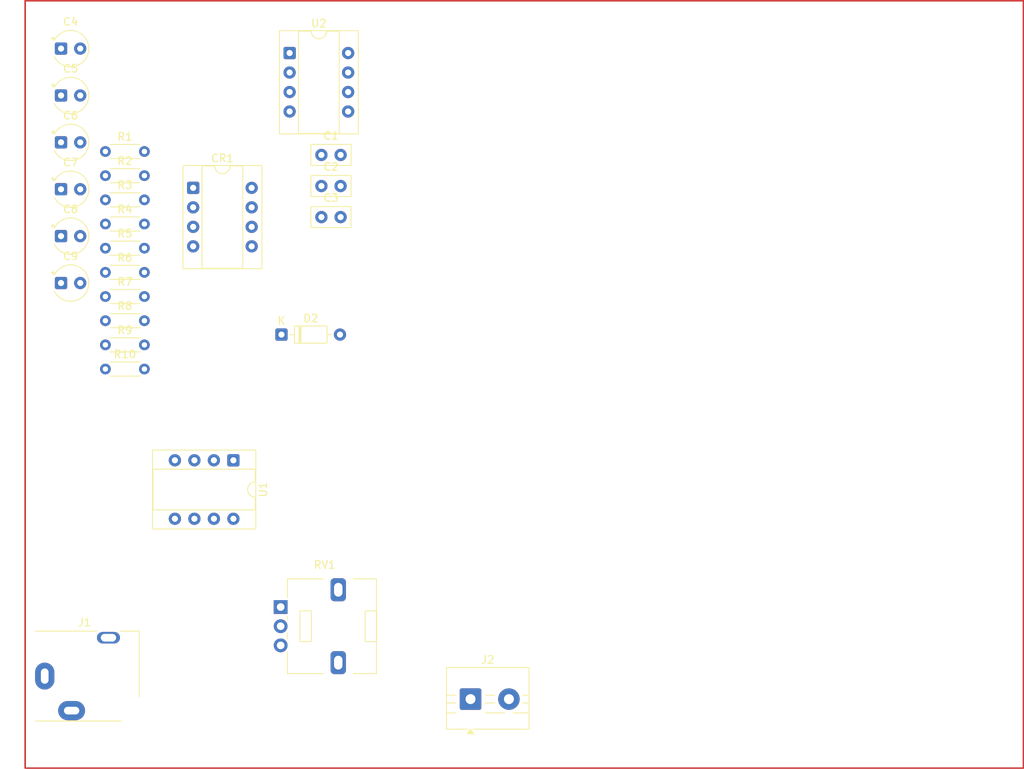
<source format=kicad_pcb>
(kicad_pcb (version 20241229) (generator "pcbnew") (generator_version "9.0")
  (layers (0 "F.Cu" signal) (4 "In1.Cu" signal) (6 "In2.Cu" signal) (2 "B.Cu" signal) (13 "F.Paste" user) (15 "B.Paste" user) (5 "F.SilkS" user "F.Silkscreen") (7 "B.SilkS" user "B.Silkscreen") (1 "F.Mask" user) (3 "B.Mask" user) (25 "Edge.Cuts" user))
  (net 0 "")
  (net 1 "Net-(C1-Pad1)")
  (net 2 "Net-(C1-Pad2)")
  (net 3 "Net-(C2-Pad2)")
  (net 4 "Net-(C2-Pad1)")
  (net 5 "/PreAmp Out")
  (net 6 "Net-(C3-Pad1)")
  (net 7 "Net-(D2-K)")
  (net 8 "GND")
  (net 9 "+12V")
  (net 10 "Net-(C6-Pad1)")
  (net 11 "Net-(C7-Pad1)")
  (net 12 "Net-(C8-Pad1)")
  (net 13 "Net-(CR1-IN-2)")
  (net 14 "Net-(CR1-IN-1-Pad7)")
  (net 15 "Net-(CR1-OUT2)")
  (net 16 "Net-(CR1-OUT1)")
  (net 17 "/VREF")
  (net 18 "Net-(U1A-+)")
  (net 19 "Net-(U1A--)")
  (footprint "TerminalBlock:TerminalBlock_MaiXu_MX126-5.0-02P_1x02_P5.00mm" (layer "F.Cu") (at 147 136.5)
    (property "Reference" "J2" (at 2.25 -5.12 0) (layer "F.SilkS"))
    (property "Value" "Screw_Terminal_01x02")
    (fp_line (start -3.12 -4.12) (end 7.62 -4.12) (stroke (width 0.12)) (layer "F.SilkS"))
    (fp_line (start -3.12 -0.5) (end -1.88 -0.5) (stroke (width 0.12)) (layer "F.SilkS"))
    (fp_line (start -3.12 0.5) (end -1.88 0.5) (stroke (width 0.12)) (layer "F.SilkS"))
    (fp_line (start -3.12 1.8) (end -1.88 1.8) (stroke (width 0.12)) (layer "F.SilkS"))
    (fp_line (start -3.12 3.92) (end -3.12 -4.12) (stroke (width 0.12)) (layer "F.SilkS"))
    (fp_line (start -0.3 3.92) (end -3.12 3.92) (stroke (width 0.12)) (layer "F.SilkS"))
    (fp_line (start 1.88 -0.5) (end 3.188 -0.5) (stroke (width 0.12)) (layer "F.SilkS"))
    (fp_line (start 1.88 0.5) (end 3.188 0.5) (stroke (width 0.12)) (layer "F.SilkS"))
    (fp_line (start 1.88 1.8) (end 4.457 1.8) (stroke (width 0.12)) (layer "F.SilkS"))
    (fp_line (start 5.543 1.8) (end 7.62 1.8) (stroke (width 0.12)) (layer "F.SilkS"))
    (fp_line (start 6.812 -0.5) (end 7.62 -0.5) (stroke (width 0.12)) (layer "F.SilkS"))
    (fp_line (start 6.812 0.5) (end 7.62 0.5) (stroke (width 0.12)) (layer "F.SilkS"))
    (fp_line (start 7.62 -4.12) (end 7.62 3.92) (stroke (width 0.12)) (layer "F.SilkS"))
    (fp_line (start 7.62 3.92) (end 0.3 3.92) (stroke (width 0.12)) (layer "F.SilkS"))
    (fp_poly (pts (xy 0 3.92) (xy 0.44 4.53) (xy -0.44 4.53)) (stroke (width 0.12)) (fill yes) (layer "F.SilkS"))
    (pad "1" thru_hole roundrect (at 0 0) (size 2.8 2.8) (drill 1.3) (layers "*.Cu" "*.Mask") (roundrect_rratio 0.089286) (net 15 "Net-(CR1-OUT2)"))
    (pad "2" thru_hole circle (at 5 0) (size 2.8 2.8) (drill 1.3) (layers "*.Cu" "*.Mask") (net 16 "Net-(CR1-OUT1)"))
  )
  (footprint "Connector_Audio:Jack_3.5mm_CUI_SJ1-3513N_Horizontal" (layer "F.Cu") (at 91.55 133.5)
    (property "Reference" "J1" (at 5.2 -7 0) (layer "F.SilkS"))
    (property "Value" "AudioJack3_Ground")
    (fp_line (start 6.8 -5.86) (end -1.2192 -5.86) (stroke (width 0.12)) (layer "F.SilkS"))
    (fp_line (start 10 5.86) (end -1.2192 5.86) (stroke (width 0.12)) (layer "F.SilkS"))
    (fp_line (start 12.31 -5.86) (end 9.8 -5.86) (stroke (width 0.12)) (layer "F.SilkS"))
    (fp_line (start 12.31 -5.86) (end 12.31 2.7) (stroke (width 0.12)) (layer "F.SilkS"))
    (pad "R" thru_hole oval (at 8.3 -5) (size 3 1.5) (drill oval 2 1) (layers "*.Cu" "*.Mask") (net 1 "Net-(C1-Pad1)"))
    (pad "S" thru_hole oval (at 0 0 270) (size 3.5 2.5) (drill oval 2 1) (layers "*.Cu" "*.Mask") (net 8 "GND"))
    (pad "T" thru_hole oval (at 3.5 4.5) (size 3.5 2.5) (drill oval 2 1) (layers "*.Cu" "*.Mask") (net 4 "Net-(C2-Pad1)"))
  )
  (footprint "Potentiometer_THT:Potentiometer_Alps_RK09L_Single_Vertical" (layer "F.Cu") (at 122.275 124.5)
    (property "Reference" "RV1" (at 5.725 -5.5 0) (layer "F.SilkS"))
    (property "Value" "R_Potentiometer_US")
    (fp_line (start 0.88 -3.67) (end 0.88 -1.2) (stroke (width 0.12)) (layer "F.SilkS"))
    (fp_line (start 0.88 -3.67) (end 5.546 -3.67) (stroke (width 0.12)) (layer "F.SilkS"))
    (fp_line (start 0.88 1.2) (end 0.88 1.63) (stroke (width 0.12)) (layer "F.SilkS"))
    (fp_line (start 0.88 3.371) (end 0.88 4.13) (stroke (width 0.12)) (layer "F.SilkS"))
    (fp_line (start 0.88 5.87) (end 0.88 8.67) (stroke (width 0.12)) (layer "F.SilkS"))
    (fp_line (start 0.88 8.67) (end 5.546 8.67) (stroke (width 0.12)) (layer "F.SilkS"))
    (fp_line (start 9.455 -3.67) (end 12.47 -3.67) (stroke (width 0.12)) (layer "F.SilkS"))
    (fp_line (start 9.455 8.67) (end 12.47 8.67) (stroke (width 0.12)) (layer "F.SilkS"))
    (fp_line (start 12.47 -3.67) (end 12.47 8.67) (stroke (width 0.12)) (layer "F.SilkS"))
    (fp_rect (start 2.5 0.5) (end 4 4.5) (stroke (width 0.12)) (fill no) (layer "F.SilkS"))
    (fp_rect (start 11 0.5) (end 12.5 4.5) (stroke (width 0.12)) (fill no) (layer "F.SilkS"))
    (pad "1" thru_hole rect (at 0 0) (size 1.8 1.8) (drill 1) (layers "*.Cu" "*.Mask") (net 5 "/PreAmp Out"))
    (pad "2" thru_hole circle (at 0 2.5) (size 1.8 1.8) (drill 1) (layers "*.Cu" "*.Mask") (net 14 "Net-(CR1-IN-1-Pad7)"))
    (pad "3" thru_hole circle (at 0 5) (size 1.8 1.8) (drill 1) (layers "*.Cu" "*.Mask") (net 8 "GND"))
    (pad "MP" thru_hole roundrect (at 7.5 -2.25) (size 2 3) (drill oval 1.1 1.8) (layers "*.Cu" "*.Mask"))
    (pad "MP" thru_hole roundrect (at 7.5 7.25) (size 2 3) (drill oval 1.1 1.8) (layers "*.Cu" "*.Mask"))
  )
  (footprint "Capacitor_THT:CP_Radial_Tantal_D4.5mm_P2.50mm" (layer "F.Cu") (at 93.672288 70.06)
    (property "Reference" "C7" (at 1.25 -3.5 0) (layer "F.SilkS"))
    (property "Value" "10uF")
    (fp_line (start -1.287288 -1.335) (end -0.837288 -1.335) (stroke (width 0.12)) (layer "F.SilkS"))
    (fp_line (start -1.062288 -1.56) (end -1.062288 -1.11) (stroke (width 0.12)) (layer "F.SilkS"))
    (fp_arc (start -0.869741 -1.06) (mid 3.62 0) (end -0.869741 1.06) (stroke (width 0.12)) (layer "F.SilkS"))
    (pad "1" thru_hole roundrect (at 0 0) (size 1.6 1.6) (drill 0.8) (layers "*.Cu" "*.Mask") (roundrect_rratio 0.15625) (net 11 "Net-(C7-Pad1)"))
    (pad "2" thru_hole circle (at 2.5 0) (size 1.6 1.6) (drill 0.8) (layers "*.Cu" "*.Mask") (net 8 "GND"))
  )
  (footprint "Package_DIP:CERDIP-8_W7.62mm_SideBrazed_Socket" (layer "F.Cu") (at 116.12 105.38 -90)
    (property "Reference" "U1" (at 3.81 -3.855 90) (layer "F.SilkS"))
    (property "Value" "NE5532")
    (fp_line (start 1.16 10.475) (end 6.46 10.475) (stroke (width 0.12)) (layer "F.SilkS"))
    (fp_line (start 6.46 10.475) (end 6.46 -2.855) (stroke (width 0.12)) (layer "F.SilkS"))
    (fp_line (start 1.16 -2.855) (end 1.16 10.475) (stroke (width 0.12)) (layer "F.SilkS"))
    (fp_line (start 2.81 -2.855) (end 1.16 -2.855) (stroke (width 0.12)) (layer "F.SilkS"))
    (fp_line (start 6.46 -2.855) (end 4.81 -2.855) (stroke (width 0.12)) (layer "F.SilkS"))
    (fp_rect (start -1.33 -2.915) (end 8.95 10.535) (stroke (width 0.12)) (fill no) (layer "F.SilkS"))
    (fp_arc (start 4.81 -2.855) (mid 3.81 -1.855) (end 2.81 -2.855) (stroke (width 0.12)) (layer "F.SilkS"))
    (pad "1" thru_hole roundrect (at 0 0 270) (size 1.6 1.6) (drill 0.8) (layers "*.Cu" "*.Mask") (roundrect_rratio 0.15625) (net 6 "Net-(C3-Pad1)"))
    (pad "2" thru_hole circle (at 0 2.54 270) (size 1.6 1.6) (drill 0.8) (layers "*.Cu" "*.Mask") (net 19 "Net-(U1A--)"))
    (pad "3" thru_hole circle (at 0 5.08 270) (size 1.6 1.6) (drill 0.8) (layers "*.Cu" "*.Mask") (net 18 "Net-(U1A-+)"))
    (pad "4" thru_hole circle (at 0 7.62 270) (size 1.6 1.6) (drill 0.8) (layers "*.Cu" "*.Mask"))
    (pad "5" thru_hole circle (at 7.62 7.62 270) (size 1.6 1.6) (drill 0.8) (layers "*.Cu" "*.Mask"))
    (pad "6" thru_hole circle (at 7.62 5.08 270) (size 1.6 1.6) (drill 0.8) (layers "*.Cu" "*.Mask"))
    (pad "7" thru_hole circle (at 7.62 2.54 270) (size 1.6 1.6) (drill 0.8) (layers "*.Cu" "*.Mask"))
    (pad "8" thru_hole circle (at 7.62 0 270) (size 1.6 1.6) (drill 0.8) (layers "*.Cu" "*.Mask"))
  )
  (footprint "Capacitor_THT:CP_Radial_Tantal_D4.5mm_P2.50mm" (layer "F.Cu") (at 93.672288 57.84)
    (property "Reference" "C5" (at 1.25 -3.5 0) (layer "F.SilkS"))
    (property "Value" "10uF")
    (fp_line (start -1.287288 -1.335) (end -0.837288 -1.335) (stroke (width 0.12)) (layer "F.SilkS"))
    (fp_line (start -1.062288 -1.56) (end -1.062288 -1.11) (stroke (width 0.12)) (layer "F.SilkS"))
    (fp_arc (start -0.869741 -1.06) (mid 3.62 0) (end -0.869741 1.06) (stroke (width 0.12)) (layer "F.SilkS"))
    (pad "1" thru_hole roundrect (at 0 0) (size 1.6 1.6) (drill 0.8) (layers "*.Cu" "*.Mask") (roundrect_rratio 0.15625) (net 8 "GND"))
    (pad "2" thru_hole circle (at 2.5 0) (size 1.6 1.6) (drill 0.8) (layers "*.Cu" "*.Mask") (net 9 "+12V"))
  )
  (footprint "Package_DIP:CERDIP-8_W7.62mm_SideBrazed_Socket" (layer "F.Cu") (at 123.44 52.31)
    (property "Reference" "U2" (at 3.81 -3.855 0) (layer "F.SilkS"))
    (property "Value" "NE5532")
    (fp_line (start 1.16 -2.855) (end 1.16 10.475) (stroke (width 0.12)) (layer "F.SilkS"))
    (fp_line (start 1.16 10.475) (end 6.46 10.475) (stroke (width 0.12)) (layer "F.SilkS"))
    (fp_line (start 2.81 -2.855) (end 1.16 -2.855) (stroke (width 0.12)) (layer "F.SilkS"))
    (fp_line (start 6.46 -2.855) (end 4.81 -2.855) (stroke (width 0.12)) (layer "F.SilkS"))
    (fp_line (start 6.46 10.475) (end 6.46 -2.855) (stroke (width 0.12)) (layer "F.SilkS"))
    (fp_rect (start -1.33 -2.915) (end 8.95 10.535) (stroke (width 0.12)) (fill no) (layer "F.SilkS"))
    (fp_arc (start 4.81 -2.855) (mid 3.81 -1.855) (end 2.81 -2.855) (stroke (width 0.12)) (layer "F.SilkS"))
    (pad "1" thru_hole roundrect (at 0 0) (size 1.6 1.6) (drill 0.8) (layers "*.Cu" "*.Mask") (roundrect_rratio 0.15625) (net 17 "/VREF"))
    (pad "2" thru_hole circle (at 0 2.54) (size 1.6 1.6) (drill 0.8) (layers "*.Cu" "*.Mask") (net 17 "/VREF"))
    (pad "3" thru_hole circle (at 0 5.08) (size 1.6 1.6) (drill 0.8) (layers "*.Cu" "*.Mask") (net 7 "Net-(D2-K)"))
    (pad "4" thru_hole circle (at 0 7.62) (size 1.6 1.6) (drill 0.8) (layers "*.Cu" "*.Mask"))
    (pad "5" thru_hole circle (at 7.62 7.62) (size 1.6 1.6) (drill 0.8) (layers "*.Cu" "*.Mask"))
    (pad "6" thru_hole circle (at 7.62 5.08) (size 1.6 1.6) (drill 0.8) (layers "*.Cu" "*.Mask"))
    (pad "7" thru_hole circle (at 7.62 2.54) (size 1.6 1.6) (drill 0.8) (layers "*.Cu" "*.Mask"))
    (pad "8" thru_hole circle (at 7.62 0) (size 1.6 1.6) (drill 0.8) (layers "*.Cu" "*.Mask"))
  )
  (footprint "Capacitor_THT:CP_Radial_Tantal_D4.5mm_P2.50mm" (layer "F.Cu") (at 93.672288 51.73)
    (property "Reference" "C4" (at 1.25 -3.5 0) (layer "F.SilkS"))
    (property "Value" "10uF")
    (fp_line (start -1.287288 -1.335) (end -0.837288 -1.335) (stroke (width 0.12)) (layer "F.SilkS"))
    (fp_line (start -1.062288 -1.56) (end -1.062288 -1.11) (stroke (width 0.12)) (layer "F.SilkS"))
    (fp_arc (start -0.869741 -1.06) (mid 3.62 0) (end -0.869741 1.06) (stroke (width 0.12)) (layer "F.SilkS"))
    (pad "1" thru_hole roundrect (at 0 0) (size 1.6 1.6) (drill 0.8) (layers "*.Cu" "*.Mask") (roundrect_rratio 0.15625) (net 7 "Net-(D2-K)"))
    (pad "2" thru_hole circle (at 2.5 0) (size 1.6 1.6) (drill 0.8) (layers "*.Cu" "*.Mask") (net 8 "GND"))
  )
  (footprint "Capacitor_THT:C_Disc_D5.0mm_W2.5mm_P2.50mm" (layer "F.Cu") (at 127.58 69.64)
    (property "Reference" "C2" (at 1.25 -2.5 0) (layer "F.SilkS"))
    (property "Value" "100nF")
    (fp_line (start -1.37 -1.37) (end 3.87 -1.37) (stroke (width 0.12)) (layer "F.SilkS"))
    (fp_line (start -1.37 1.37) (end -1.37 -1.37) (stroke (width 0.12)) (layer "F.SilkS"))
    (fp_line (start 3.87 -1.37) (end 3.87 1.37) (stroke (width 0.12)) (layer "F.SilkS"))
    (fp_line (start 3.87 1.37) (end -1.37 1.37) (stroke (width 0.12)) (layer "F.SilkS"))
    (pad "1" thru_hole circle (at 0 0) (size 1.6 1.6) (drill 0.8) (layers "*.Cu" "*.Mask") (net 4 "Net-(C2-Pad1)"))
    (pad "2" thru_hole circle (at 2.5 0) (size 1.6 1.6) (drill 0.8) (layers "*.Cu" "*.Mask") (net 3 "Net-(C2-Pad2)"))
  )
  (footprint "Resistor_THT:R_Axial_DIN0204_L3.6mm_D1.6mm_P5.08mm_Horizontal" (layer "F.Cu") (at 99.45 77.74)
    (property "Reference" "R5" (at 2.54 -1.92 0) (layer "F.SilkS"))
    (property "Value" "r=4.7")
    (fp_line (start 0.62 -0.92) (end 4.46 -0.92) (stroke (width 0.12)) (layer "F.SilkS"))
    (fp_line (start 0.62 0.92) (end 4.46 0.92) (stroke (width 0.12)) (layer "F.SilkS"))
    (pad "1" thru_hole circle (at 0 0) (size 1.4 1.4) (drill 0.7) (layers "*.Cu" "*.Mask") (net 16 "Net-(CR1-OUT1)"))
    (pad "2" thru_hole circle (at 5.08 0) (size 1.4 1.4) (drill 0.7) (layers "*.Cu" "*.Mask") (net 11 "Net-(C7-Pad1)"))
  )
  (footprint "Resistor_THT:R_Axial_DIN0204_L3.6mm_D1.6mm_P5.08mm_Horizontal" (layer "F.Cu") (at 99.45 80.89)
    (property "Reference" "R6" (at 2.54 -1.92 0) (layer "F.SilkS"))
    (property "Value" "r=10K")
    (fp_line (start 0.62 -0.92) (end 4.46 -0.92) (stroke (width 0.12)) (layer "F.SilkS"))
    (fp_line (start 0.62 0.92) (end 4.46 0.92) (stroke (width 0.12)) (layer "F.SilkS"))
    (pad "1" thru_hole circle (at 0 0) (size 1.4 1.4) (drill 0.7) (layers "*.Cu" "*.Mask") (net 5 "/PreAmp Out"))
    (pad "2" thru_hole circle (at 5.08 0) (size 1.4 1.4) (drill 0.7) (layers "*.Cu" "*.Mask") (net 8 "GND"))
  )
  (footprint "Capacitor_THT:C_Disc_D5.0mm_W2.5mm_P2.50mm" (layer "F.Cu") (at 127.58 65.59)
    (property "Reference" "C1" (at 1.25 -2.5 0) (layer "F.SilkS"))
    (property "Value" "100nF")
    (fp_line (start -1.37 -1.37) (end 3.87 -1.37) (stroke (width 0.12)) (layer "F.SilkS"))
    (fp_line (start -1.37 1.37) (end -1.37 -1.37) (stroke (width 0.12)) (layer "F.SilkS"))
    (fp_line (start 3.87 -1.37) (end 3.87 1.37) (stroke (width 0.12)) (layer "F.SilkS"))
    (fp_line (start 3.87 1.37) (end -1.37 1.37) (stroke (width 0.12)) (layer "F.SilkS"))
    (pad "1" thru_hole circle (at 0 0) (size 1.6 1.6) (drill 0.8) (layers "*.Cu" "*.Mask") (net 1 "Net-(C1-Pad1)"))
    (pad "2" thru_hole circle (at 2.5 0) (size 1.6 1.6) (drill 0.8) (layers "*.Cu" "*.Mask") (net 2 "Net-(C1-Pad2)"))
  )
  (footprint "Resistor_THT:R_Axial_DIN0204_L3.6mm_D1.6mm_P5.08mm_Horizontal" (layer "F.Cu") (at 99.45 68.29)
    (property "Reference" "R2" (at 2.54 -1.92 0) (layer "F.SilkS"))
    (property "Value" "r=10K")
    (fp_line (start 0.62 -0.92) (end 4.46 -0.92) (stroke (width 0.12)) (layer "F.SilkS"))
    (fp_line (start 0.62 0.92) (end 4.46 0.92) (stroke (width 0.12)) (layer "F.SilkS"))
    (pad "1" thru_hole circle (at 0 0) (size 1.4 1.4) (drill 0.7) (layers "*.Cu" "*.Mask") (net 3 "Net-(C2-Pad2)"))
    (pad "2" thru_hole circle (at 5.08 0) (size 1.4 1.4) (drill 0.7) (layers "*.Cu" "*.Mask") (net 17 "/VREF"))
  )
  (footprint "Package_DIP:CERDIP-8_W7.62mm_SideBrazed_Socket" (layer "F.Cu") (at 110.88 69.88)
    (property "Reference" "CR1" (at 3.81 -3.855 0) (layer "F.SilkS"))
    (property "Value" "TDA2822M")
    (fp_line (start 1.16 -2.855) (end 1.16 10.475) (stroke (width 0.12)) (layer "F.SilkS"))
    (fp_line (start 1.16 10.475) (end 6.46 10.475) (stroke (width 0.12)) (layer "F.SilkS"))
    (fp_line (start 2.81 -2.855) (end 1.16 -2.855) (stroke (width 0.12)) (layer "F.SilkS"))
    (fp_line (start 6.46 -2.855) (end 4.81 -2.855) (stroke (width 0.12)) (layer "F.SilkS"))
    (fp_line (start 6.46 10.475) (end 6.46 -2.855) (stroke (width 0.12)) (layer "F.SilkS"))
    (fp_rect (start -1.33 -2.915) (end 8.95 10.535) (stroke (width 0.12)) (fill no) (layer "F.SilkS"))
    (fp_arc (start 4.81 -2.855) (mid 3.81 -1.855) (end 2.81 -2.855) (stroke (width 0.12)) (layer "F.SilkS"))
    (pad "1" thru_hole roundrect (at 0 0) (size 1.6 1.6) (drill 0.8) (layers "*.Cu" "*.Mask") (roundrect_rratio 0.15625) (net 16 "Net-(CR1-OUT1)"))
    (pad "2" thru_hole circle (at 0 2.54) (size 1.6 1.6) (drill 0.8) (layers "*.Cu" "*.Mask") (net 9 "+12V"))
    (pad "3" thru_hole circle (at 0 5.08) (size 1.6 1.6) (drill 0.8) (layers "*.Cu" "*.Mask") (net 15 "Net-(CR1-OUT2)"))
    (pad "4" thru_hole circle (at 0 7.62) (size 1.6 1.6) (drill 0.8) (layers "*.Cu" "*.Mask") (net 8 "GND"))
    (pad "5" thru_hole circle (at 7.62 7.62) (size 1.6 1.6) (drill 0.8) (layers "*.Cu" "*.Mask") (net 13 "Net-(CR1-IN-2)"))
    (pad "6" thru_hole circle (at 7.62 5.08) (size 1.6 1.6) (drill 0.8) (layers "*.Cu" "*.Mask") (net 8 "GND"))
    (pad "7" thru_hole circle (at 7.62 2.54) (size 1.6 1.6) (drill 0.8) (layers "*.Cu" "*.Mask") (net 14 "Net-(CR1-IN-1-Pad7)"))
    (pad "8" thru_hole circle (at 7.62 0) (size 1.6 1.6) (drill 0.8) (layers "*.Cu" "*.Mask") (net 12 "Net-(C8-Pad1)"))
  )
  (footprint "Capacitor_THT:C_Disc_D5.0mm_W2.5mm_P2.50mm" (layer "F.Cu") (at 127.58 73.69)
    (property "Reference" "C3" (at 1.25 -2.5 0) (layer "F.SilkS"))
    (property "Value" "100nF")
    (fp_line (start -1.37 -1.37) (end 3.87 -1.37) (stroke (width 0.12)) (layer "F.SilkS"))
    (fp_line (start -1.37 1.37) (end -1.37 -1.37) (stroke (width 0.12)) (layer "F.SilkS"))
    (fp_line (start 3.87 -1.37) (end 3.87 1.37) (stroke (width 0.12)) (layer "F.SilkS"))
    (fp_line (start 3.87 1.37) (end -1.37 1.37) (stroke (width 0.12)) (layer "F.SilkS"))
    (pad "1" thru_hole circle (at 0 0) (size 1.6 1.6) (drill 0.8) (layers "*.Cu" "*.Mask") (net 6 "Net-(C3-Pad1)"))
    (pad "2" thru_hole circle (at 2.5 0) (size 1.6 1.6) (drill 0.8) (layers "*.Cu" "*.Mask") (net 5 "/PreAmp Out"))
  )
  (footprint "Resistor_THT:R_Axial_DIN0204_L3.6mm_D1.6mm_P5.08mm_Horizontal" (layer "F.Cu") (at 99.45 71.44)
    (property "Reference" "R3" (at 2.54 -1.92 0) (layer "F.SilkS"))
    (property "Value" "r=50K")
    (fp_line (start 0.62 -0.92) (end 4.46 -0.92) (stroke (width 0.12)) (layer "F.SilkS"))
    (fp_line (start 0.62 0.92) (end 4.46 0.92) (stroke (width 0.12)) (layer "F.SilkS"))
    (pad "1" thru_hole circle (at 0 0) (size 1.4 1.4) (drill 0.7) (layers "*.Cu" "*.Mask") (net 2 "Net-(C1-Pad2)"))
    (pad "2" thru_hole circle (at 5.08 0) (size 1.4 1.4) (drill 0.7) (layers "*.Cu" "*.Mask") (net 18 "Net-(U1A-+)"))
  )
  (footprint "Resistor_THT:R_Axial_DIN0204_L3.6mm_D1.6mm_P5.08mm_Horizontal" (layer "F.Cu") (at 99.45 87.19)
    (property "Reference" "R8" (at 2.54 -1.92 0) (layer "F.SilkS"))
    (property "Value" "r=50K")
    (fp_line (start 0.62 -0.92) (end 4.46 -0.92) (stroke (width 0.12)) (layer "F.SilkS"))
    (fp_line (start 0.62 0.92) (end 4.46 0.92) (stroke (width 0.12)) (layer "F.SilkS"))
    (pad "1" thru_hole circle (at 0 0) (size 1.4 1.4) (drill 0.7) (layers "*.Cu" "*.Mask") (net 8 "GND"))
    (pad "2" thru_hole circle (at 5.08 0) (size 1.4 1.4) (drill 0.7) (layers "*.Cu" "*.Mask") (net 19 "Net-(U1A--)"))
  )
  (footprint "Resistor_THT:R_Axial_DIN0204_L3.6mm_D1.6mm_P5.08mm_Horizontal" (layer "F.Cu") (at 99.45 93.49)
    (property "Reference" "R10" (at 2.54 -1.92 0) (layer "F.SilkS"))
    (property "Value" "r=4.7")
    (fp_line (start 0.62 -0.92) (end 4.46 -0.92) (stroke (width 0.12)) (layer "F.SilkS"))
    (fp_line (start 0.62 0.92) (end 4.46 0.92) (stroke (width 0.12)) (layer "F.SilkS"))
    (pad "1" thru_hole circle (at 0 0) (size 1.4 1.4) (drill 0.7) (layers "*.Cu" "*.Mask") (net 15 "Net-(CR1-OUT2)"))
    (pad "2" thru_hole circle (at 5.08 0) (size 1.4 1.4) (drill 0.7) (layers "*.Cu" "*.Mask") (net 10 "Net-(C6-Pad1)"))
  )
  (footprint "Resistor_THT:R_Axial_DIN0204_L3.6mm_D1.6mm_P5.08mm_Horizontal" (layer "F.Cu") (at 99.45 90.34)
    (property "Reference" "R9" (at 2.54 -1.92 0) (layer "F.SilkS"))
    (property "Value" "r=600")
    (fp_line (start 0.62 -0.92) (end 4.46 -0.92) (stroke (width 0.12)) (layer "F.SilkS"))
    (fp_line (start 0.62 0.92) (end 4.46 0.92) (stroke (width 0.12)) (layer "F.SilkS"))
    (pad "1" thru_hole circle (at 0 0) (size 1.4 1.4) (drill 0.7) (layers "*.Cu" "*.Mask") (net 9 "+12V"))
    (pad "2" thru_hole circle (at 5.08 0) (size 1.4 1.4) (drill 0.7) (layers "*.Cu" "*.Mask") (net 7 "Net-(D2-K)"))
  )
  (footprint "Resistor_THT:R_Axial_DIN0204_L3.6mm_D1.6mm_P5.08mm_Horizontal" (layer "F.Cu") (at 99.45 84.04)
    (property "Reference" "R7" (at 2.54 -1.92 0) (layer "F.SilkS"))
    (property "Value" "r=50K")
    (fp_line (start 0.62 -0.92) (end 4.46 -0.92) (stroke (width 0.12)) (layer "F.SilkS"))
    (fp_line (start 0.62 0.92) (end 4.46 0.92) (stroke (width 0.12)) (layer "F.SilkS"))
    (pad "1" thru_hole circle (at 0 0) (size 1.4 1.4) (drill 0.7) (layers "*.Cu" "*.Mask") (net 19 "Net-(U1A--)"))
    (pad "2" thru_hole circle (at 5.08 0) (size 1.4 1.4) (drill 0.7) (layers "*.Cu" "*.Mask") (net 6 "Net-(C3-Pad1)"))
  )
  (footprint "Capacitor_THT:CP_Radial_Tantal_D4.5mm_P2.50mm" (layer "F.Cu") (at 93.672288 76.17)
    (property "Reference" "C8" (at 1.25 -3.5 0) (layer "F.SilkS"))
    (property "Value" "10nF")
    (fp_line (start -1.287288 -1.335) (end -0.837288 -1.335) (stroke (width 0.12)) (layer "F.SilkS"))
    (fp_line (start -1.062288 -1.56) (end -1.062288 -1.11) (stroke (width 0.12)) (layer "F.SilkS"))
    (fp_arc (start -0.869741 -1.06) (mid 3.62 0) (end -0.869741 1.06) (stroke (width 0.12)) (layer "F.SilkS"))
    (pad "1" thru_hole roundrect (at 0 0) (size 1.6 1.6) (drill 0.8) (layers "*.Cu" "*.Mask") (roundrect_rratio 0.15625) (net 12 "Net-(C8-Pad1)"))
    (pad "2" thru_hole circle (at 2.5 0) (size 1.6 1.6) (drill 0.8) (layers "*.Cu" "*.Mask") (net 13 "Net-(CR1-IN-2)"))
  )
  (footprint "Capacitor_THT:CP_Radial_Tantal_D4.5mm_P2.50mm" (layer "F.Cu") (at 93.672288 63.95)
    (property "Reference" "C6" (at 1.25 -3.5 0) (layer "F.SilkS"))
    (property "Value" "10uF")
    (fp_line (start -1.287288 -1.335) (end -0.837288 -1.335) (stroke (width 0.12)) (layer "F.SilkS"))
    (fp_line (start -1.062288 -1.56) (end -1.062288 -1.11) (stroke (width 0.12)) (layer "F.SilkS"))
    (fp_arc (start -0.869741 -1.06) (mid 3.62 0) (end -0.869741 1.06) (stroke (width 0.12)) (layer "F.SilkS"))
    (pad "1" thru_hole roundrect (at 0 0) (size 1.6 1.6) (drill 0.8) (layers "*.Cu" "*.Mask") (roundrect_rratio 0.15625) (net 10 "Net-(C6-Pad1)"))
    (pad "2" thru_hole circle (at 2.5 0) (size 1.6 1.6) (drill 0.8) (layers "*.Cu" "*.Mask") (net 8 "GND"))
  )
  (footprint "Resistor_THT:R_Axial_DIN0204_L3.6mm_D1.6mm_P5.08mm_Horizontal" (layer "F.Cu") (at 99.45 74.59)
    (property "Reference" "R4" (at 2.54 -1.92 0) (layer "F.SilkS"))
    (property "Value" "r=50K")
    (fp_line (start 0.62 -0.92) (end 4.46 -0.92) (stroke (width 0.12)) (layer "F.SilkS"))
    (fp_line (start 0.62 0.92) (end 4.46 0.92) (stroke (width 0.12)) (layer "F.SilkS"))
    (pad "1" thru_hole circle (at 0 0) (size 1.4 1.4) (drill 0.7) (layers "*.Cu" "*.Mask") (net 3 "Net-(C2-Pad2)"))
    (pad "2" thru_hole circle (at 5.08 0) (size 1.4 1.4) (drill 0.7) (layers "*.Cu" "*.Mask") (net 18 "Net-(U1A-+)"))
  )
  (footprint "Diode_THT:D_DO-35_SOD27_P7.62mm_Horizontal" (layer "F.Cu") (at 122.38 89)
    (property "Reference" "D2" (at 3.81 -2.12 0) (layer "F.SilkS"))
    (property "Value" "D_Zener")
    (fp_line (start 1.04 0) (end 1.69 0) (stroke (width 0.12)) (layer "F.SilkS"))
    (fp_line (start 2.29 -1.12) (end 2.29 1.12) (stroke (width 0.12)) (layer "F.SilkS"))
    (fp_line (start 2.41 -1.12) (end 2.41 1.12) (stroke (width 0.12)) (layer "F.SilkS"))
    (fp_line (start 2.53 -1.12) (end 2.53 1.12) (stroke (width 0.12)) (layer "F.SilkS"))
    (fp_line (start 6.58 0) (end 5.93 0) (stroke (width 0.12)) (layer "F.SilkS"))
    (fp_rect (start 1.69 -1.12) (end 5.93 1.12) (stroke (width 0.12)) (fill no) (layer "F.SilkS"))
    (fp_text user "K" (at 0 -1.8 0) (layer "F.SilkS"))
    (pad "1" thru_hole roundrect (at 0 0) (size 1.6 1.6) (drill 0.8) (layers "*.Cu" "*.Mask") (roundrect_rratio 0.15625) (net 7 "Net-(D2-K)"))
    (pad "2" thru_hole circle (at 7.62 0) (size 1.6 1.6) (drill 0.8) (layers "*.Cu" "*.Mask") (net 8 "GND"))
  )
  (footprint "Capacitor_THT:CP_Radial_Tantal_D4.5mm_P2.50mm" (layer "F.Cu") (at 93.672288 82.28)
    (property "Reference" "C9" (at 1.25 -3.5 0) (layer "F.SilkS"))
    (property "Value" "10uF")
    (fp_line (start -1.287288 -1.335) (end -0.837288 -1.335) (stroke (width 0.12)) (layer "F.SilkS"))
    (fp_line (start -1.062288 -1.56) (end -1.062288 -1.11) (stroke (width 0.12)) (layer "F.SilkS"))
    (fp_arc (start -0.869741 -1.06) (mid 3.62 0) (end -0.869741 1.06) (stroke (width 0.12)) (layer "F.SilkS"))
    (pad "1" thru_hole roundrect (at 0 0) (size 1.6 1.6) (drill 0.8) (layers "*.Cu" "*.Mask") (roundrect_rratio 0.15625) (net 13 "Net-(CR1-IN-2)"))
    (pad "2" thru_hole circle (at 2.5 0) (size 1.6 1.6) (drill 0.8) (layers "*.Cu" "*.Mask") (net 8 "GND"))
  )
  (footprint "Resistor_THT:R_Axial_DIN0204_L3.6mm_D1.6mm_P5.08mm_Horizontal" (layer "F.Cu") (at 99.45 65.14)
    (property "Reference" "R1" (at 2.54 -1.92 0) (layer "F.SilkS"))
    (property "Value" "r=10K")
    (fp_line (start 0.62 -0.92) (end 4.46 -0.92) (stroke (width 0.12)) (layer "F.SilkS"))
    (fp_line (start 0.62 0.92) (end 4.46 0.92) (stroke (width 0.12)) (layer "F.SilkS"))
    (pad "1" thru_hole circle (at 0 0) (size 1.4 1.4) (drill 0.7) (layers "*.Cu" "*.Mask") (net 17 "/VREF"))
    (pad "2" thru_hole circle (at 5.08 0) (size 1.4 1.4) (drill 0.7) (layers "*.Cu" "*.Mask") (net 2 "Net-(C1-Pad2)"))
  )
  (gr_rect (start 89 45.5) (end 219 145.5) (stroke (width 0.2)) (fill no) (layer "F.Cu"))
)
</source>
